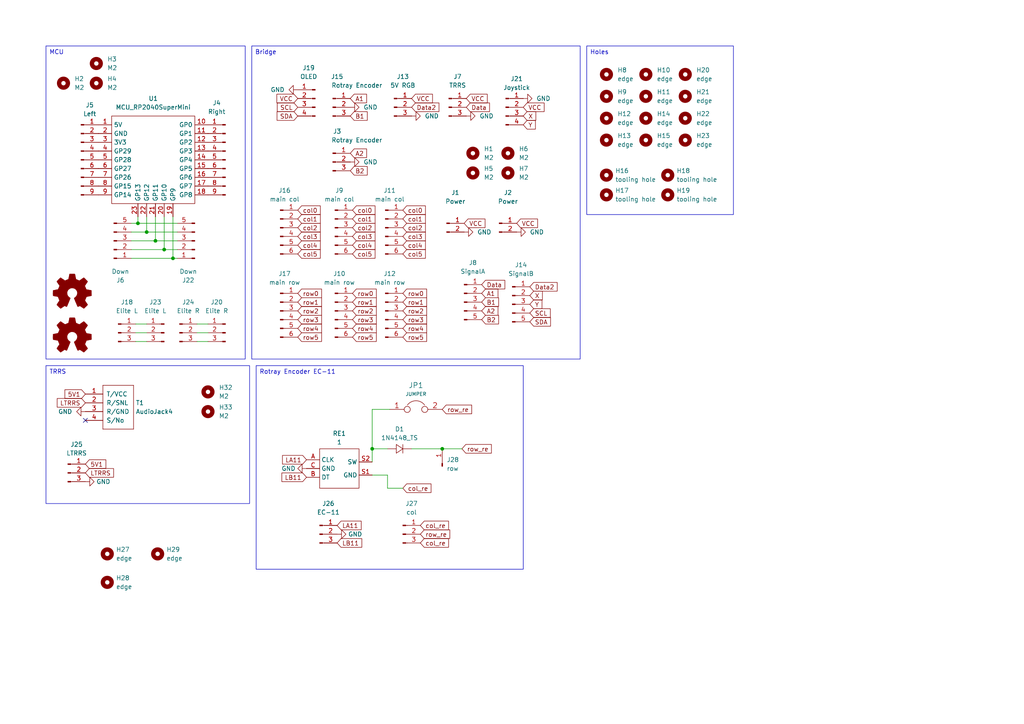
<source format=kicad_sch>
(kicad_sch (version 20230121) (generator eeschema)
  (paper "A4")
  (lib_symbols
    (symbol "Connector:Conn_01x01_Pin" (pin_names (offset 1.016) hide)
      (property "Reference" "J" (at 0 2.54 0))
      (property "Value" "Conn_01x01_Pin" (at 0 -2.54 0))
      (symbol "Conn_01x01_Pin_1_1"
        (polyline (pts (xy 1.27 0) (xy 0.8636 0)) (stroke (width 0.1524)))
        (rectangle (start 0.8636 0.127) (end 0 -0.127) (stroke (width 0.1524)) (fill (type outline)))
        (pin passive line (at 5.08 0 180) (length 3.81) (name "Pin_1") (number "1"))
      )
    )
    (symbol "Connector:Conn_01x02_Pin" (pin_names (offset 1.016) hide)
      (property "Reference" "J" (at 0 2.54 0))
      (property "Value" "Conn_01x02_Pin" (at 0 -5.08 0))
      (symbol "Conn_01x02_Pin_1_1"
        (polyline (pts (xy 1.27 -2.54) (xy 0.8636 -2.54)) (stroke (width 0.1524)))
        (polyline (pts (xy 1.27 0) (xy 0.8636 0)) (stroke (width 0.1524)))
        (rectangle (start 0.8636 -2.413) (end 0 -2.667) (stroke (width 0.1524)) (fill (type outline)))
        (rectangle (start 0.8636 0.127) (end 0 -0.127) (stroke (width 0.1524)) (fill (type outline)))
        (pin passive line (at 5.08 0 180) (length 3.81) (name "Pin_1") (number "1"))
        (pin passive line (at 5.08 -2.54 180) (length 3.81) (name "Pin_2") (number "2"))
      )
    )
    (symbol "Connector:Conn_01x03_Pin" (pin_names (offset 1.016) hide)
      (property "Reference" "J" (at 0 5.08 0))
      (property "Value" "Conn_01x03_Pin" (at 0 -5.08 0))
      (symbol "Conn_01x03_Pin_1_1"
        (polyline (pts (xy 1.27 -2.54) (xy 0.8636 -2.54)) (stroke (width 0.1524)))
        (polyline (pts (xy 1.27 0) (xy 0.8636 0)) (stroke (width 0.1524)))
        (polyline (pts (xy 1.27 2.54) (xy 0.8636 2.54)) (stroke (width 0.1524)))
        (rectangle (start 0.8636 -2.413) (end 0 -2.667) (stroke (width 0.1524)) (fill (type outline)))
        (rectangle (start 0.8636 0.127) (end 0 -0.127) (stroke (width 0.1524)) (fill (type outline)))
        (rectangle (start 0.8636 2.667) (end 0 2.413) (stroke (width 0.1524)) (fill (type outline)))
        (pin passive line (at 5.08 2.54 180) (length 3.81) (name "Pin_1") (number "1"))
        (pin passive line (at 5.08 0 180) (length 3.81) (name "Pin_2") (number "2"))
        (pin passive line (at 5.08 -2.54 180) (length 3.81) (name "Pin_3") (number "3"))
      )
    )
    (symbol "Connector:Conn_01x04_Pin" (pin_names (offset 1.016) hide)
      (property "Reference" "J" (at 0 5.08 0))
      (property "Value" "Conn_01x04_Pin" (at 0 -7.62 0))
      (symbol "Conn_01x04_Pin_1_1"
        (polyline (pts (xy 1.27 -5.08) (xy 0.8636 -5.08)) (stroke (width 0.1524)))
        (polyline (pts (xy 1.27 -2.54) (xy 0.8636 -2.54)) (stroke (width 0.1524)))
        (polyline (pts (xy 1.27 0) (xy 0.8636 0)) (stroke (width 0.1524)))
        (polyline (pts (xy 1.27 2.54) (xy 0.8636 2.54)) (stroke (width 0.1524)))
        (rectangle (start 0.8636 -4.953) (end 0 -5.207) (stroke (width 0.1524)) (fill (type outline)))
        (rectangle (start 0.8636 -2.413) (end 0 -2.667) (stroke (width 0.1524)) (fill (type outline)))
        (rectangle (start 0.8636 0.127) (end 0 -0.127) (stroke (width 0.1524)) (fill (type outline)))
        (rectangle (start 0.8636 2.667) (end 0 2.413) (stroke (width 0.1524)) (fill (type outline)))
        (pin passive line (at 5.08 2.54 180) (length 3.81) (name "Pin_1") (number "1"))
        (pin passive line (at 5.08 0 180) (length 3.81) (name "Pin_2") (number "2"))
        (pin passive line (at 5.08 -2.54 180) (length 3.81) (name "Pin_3") (number "3"))
        (pin passive line (at 5.08 -5.08 180) (length 3.81) (name "Pin_4") (number "4"))
      )
    )
    (symbol "Connector:Conn_01x05_Pin" (pin_names (offset 1.016) hide)
      (property "Reference" "J" (at 0 7.62 0))
      (property "Value" "Conn_01x05_Pin" (at 0 -7.62 0))
      (symbol "Conn_01x05_Pin_1_1"
        (polyline (pts (xy 1.27 -5.08) (xy 0.8636 -5.08)) (stroke (width 0.1524)))
        (polyline (pts (xy 1.27 -2.54) (xy 0.8636 -2.54)) (stroke (width 0.1524)))
        (polyline (pts (xy 1.27 0) (xy 0.8636 0)) (stroke (width 0.1524)))
        (polyline (pts (xy 1.27 2.54) (xy 0.8636 2.54)) (stroke (width 0.1524)))
        (polyline (pts (xy 1.27 5.08) (xy 0.8636 5.08)) (stroke (width 0.1524)))
        (rectangle (start 0.8636 -4.953) (end 0 -5.207) (stroke (width 0.1524)) (fill (type outline)))
        (rectangle (start 0.8636 -2.413) (end 0 -2.667) (stroke (width 0.1524)) (fill (type outline)))
        (rectangle (start 0.8636 0.127) (end 0 -0.127) (stroke (width 0.1524)) (fill (type outline)))
        (rectangle (start 0.8636 2.667) (end 0 2.413) (stroke (width 0.1524)) (fill (type outline)))
        (rectangle (start 0.8636 5.207) (end 0 4.953) (stroke (width 0.1524)) (fill (type outline)))
        (pin passive line (at 5.08 5.08 180) (length 3.81) (name "Pin_1") (number "1"))
        (pin passive line (at 5.08 2.54 180) (length 3.81) (name "Pin_2") (number "2"))
        (pin passive line (at 5.08 0 180) (length 3.81) (name "Pin_3") (number "3"))
        (pin passive line (at 5.08 -2.54 180) (length 3.81) (name "Pin_4") (number "4"))
        (pin passive line (at 5.08 -5.08 180) (length 3.81) (name "Pin_5") (number "5"))
      )
    )
    (symbol "Connector:Conn_01x06_Pin" (pin_names (offset 1.016) hide)
      (property "Reference" "J" (at 0 7.62 0))
      (property "Value" "Conn_01x06_Pin" (at 0 -10.16 0))
      (symbol "Conn_01x06_Pin_1_1"
        (polyline (pts (xy 1.27 -7.62) (xy 0.8636 -7.62)) (stroke (width 0.1524)))
        (polyline (pts (xy 1.27 -5.08) (xy 0.8636 -5.08)) (stroke (width 0.1524)))
        (polyline (pts (xy 1.27 -2.54) (xy 0.8636 -2.54)) (stroke (width 0.1524)))
        (polyline (pts (xy 1.27 0) (xy 0.8636 0)) (stroke (width 0.1524)))
        (polyline (pts (xy 1.27 2.54) (xy 0.8636 2.54)) (stroke (width 0.1524)))
        (polyline (pts (xy 1.27 5.08) (xy 0.8636 5.08)) (stroke (width 0.1524)))
        (rectangle (start 0.8636 -7.493) (end 0 -7.747) (stroke (width 0.1524)) (fill (type outline)))
        (rectangle (start 0.8636 -4.953) (end 0 -5.207) (stroke (width 0.1524)) (fill (type outline)))
        (rectangle (start 0.8636 -2.413) (end 0 -2.667) (stroke (width 0.1524)) (fill (type outline)))
        (rectangle (start 0.8636 0.127) (end 0 -0.127) (stroke (width 0.1524)) (fill (type outline)))
        (rectangle (start 0.8636 2.667) (end 0 2.413) (stroke (width 0.1524)) (fill (type outline)))
        (rectangle (start 0.8636 5.207) (end 0 4.953) (stroke (width 0.1524)) (fill (type outline)))
        (pin passive line (at 5.08 5.08 180) (length 3.81) (name "Pin_1") (number "1"))
        (pin passive line (at 5.08 2.54 180) (length 3.81) (name "Pin_2") (number "2"))
        (pin passive line (at 5.08 0 180) (length 3.81) (name "Pin_3") (number "3"))
        (pin passive line (at 5.08 -2.54 180) (length 3.81) (name "Pin_4") (number "4"))
        (pin passive line (at 5.08 -5.08 180) (length 3.81) (name "Pin_5") (number "5"))
        (pin passive line (at 5.08 -7.62 180) (length 3.81) (name "Pin_6") (number "6"))
      )
    )
    (symbol "Connector:Conn_01x09_Pin" (pin_names (offset 1.016) hide)
      (property "Reference" "J" (at 0 12.7 0))
      (property "Value" "Conn_01x09_Pin" (at 0 -12.7 0))
      (symbol "Conn_01x09_Pin_1_1"
        (polyline (pts (xy 1.27 -10.16) (xy 0.8636 -10.16)) (stroke (width 0.1524)))
        (polyline (pts (xy 1.27 -7.62) (xy 0.8636 -7.62)) (stroke (width 0.1524)))
        (polyline (pts (xy 1.27 -5.08) (xy 0.8636 -5.08)) (stroke (width 0.1524)))
        (polyline (pts (xy 1.27 -2.54) (xy 0.8636 -2.54)) (stroke (width 0.1524)))
        (polyline (pts (xy 1.27 0) (xy 0.8636 0)) (stroke (width 0.1524)))
        (polyline (pts (xy 1.27 2.54) (xy 0.8636 2.54)) (stroke (width 0.1524)))
        (polyline (pts (xy 1.27 5.08) (xy 0.8636 5.08)) (stroke (width 0.1524)))
        (polyline (pts (xy 1.27 7.62) (xy 0.8636 7.62)) (stroke (width 0.1524)))
        (polyline (pts (xy 1.27 10.16) (xy 0.8636 10.16)) (stroke (width 0.1524)))
        (rectangle (start 0.8636 -10.033) (end 0 -10.287) (stroke (width 0.1524)) (fill (type outline)))
        (rectangle (start 0.8636 -7.493) (end 0 -7.747) (stroke (width 0.1524)) (fill (type outline)))
        (rectangle (start 0.8636 -4.953) (end 0 -5.207) (stroke (width 0.1524)) (fill (type outline)))
        (rectangle (start 0.8636 -2.413) (end 0 -2.667) (stroke (width 0.1524)) (fill (type outline)))
        (rectangle (start 0.8636 0.127) (end 0 -0.127) (stroke (width 0.1524)) (fill (type outline)))
        (rectangle (start 0.8636 2.667) (end 0 2.413) (stroke (width 0.1524)) (fill (type outline)))
        (rectangle (start 0.8636 5.207) (end 0 4.953) (stroke (width 0.1524)) (fill (type outline)))
        (rectangle (start 0.8636 7.747) (end 0 7.493) (stroke (width 0.1524)) (fill (type outline)))
        (rectangle (start 0.8636 10.287) (end 0 10.033) (stroke (width 0.1524)) (fill (type outline)))
        (pin passive line (at 5.08 10.16 180) (length 3.81) (name "Pin_1") (number "1"))
        (pin passive line (at 5.08 7.62 180) (length 3.81) (name "Pin_2") (number "2"))
        (pin passive line (at 5.08 5.08 180) (length 3.81) (name "Pin_3") (number "3"))
        (pin passive line (at 5.08 2.54 180) (length 3.81) (name "Pin_4") (number "4"))
        (pin passive line (at 5.08 0 180) (length 3.81) (name "Pin_5") (number "5"))
        (pin passive line (at 5.08 -2.54 180) (length 3.81) (name "Pin_6") (number "6"))
        (pin passive line (at 5.08 -5.08 180) (length 3.81) (name "Pin_7") (number "7"))
        (pin passive line (at 5.08 -7.62 180) (length 3.81) (name "Pin_8") (number "8"))
        (pin passive line (at 5.08 -10.16 180) (length 3.81) (name "Pin_9") (number "9"))
      )
    )
    (symbol "DCJACK:JUMPER" (pin_names (offset 0.762) hide)
      (property "Reference" "JP" (at 0 3.81 0))
      (property "Value" "JUMPER" (at 0 -2.032 0))
      (symbol "JUMPER_0_1"
        (circle (center -2.54 0) (radius 0.889))
        (arc (start 2.5146 1.27) (mid 0.0078 2.5097) (end -2.4892 1.27))
        (circle (center 2.54 0) (radius 0.889))
        (pin passive line (at -7.62 0 0) (length 4.191) (name "1") (number "1"))
        (pin passive line (at 7.62 0 180) (length 4.191) (name "2") (number "2"))
      )
    )
    (symbol "DreaM117er_Library:DS_1N4148_TS"
      (property "Reference" "D" (at 0 2.54 0))
      (property "Value" "1N4148_TS" (at 0 -2.54 0))
      (symbol "DS_1N4148_TS_0_1"
        (polyline (pts (xy -1.27 1.27) (xy -1.27 -1.27)))
        (polyline (pts (xy -1.27 0) (xy 0.635 1.27) (xy 0.635 -1.27) (xy -1.27 0)))
      )
      (symbol "DS_1N4148_TS_1_1"
        (pin passive line (at -3.81 0 0) (length 2.54) (name "") (number "1"))
        (pin passive line (at 3.175 0 180) (length 2.54) (name "") (number "2"))
      )
    )
    (symbol "DreaM117er_Library:MCU_RP2040SuperMini" (pin_names (offset 0.635))
      (property "Reference" "U" (at 0 12.7 0))
      (property "Value" "MCU_RP2040SuperMini" (at 0 10.16 0))
      (symbol "MCU_RP2040SuperMini_0_1"
        (rectangle (start -12.065 8.89) (end 12.065 -16.51))
      )
      (symbol "MCU_RP2040SuperMini_1_1"
        (pin output line (at -15.875 6.35 0) (length 3.81) (name "5V") (number "1"))
        (pin input line (at 15.875 6.35 180) (length 3.81) (name "GP0") (number "10"))
        (pin input line (at 15.875 3.81 180) (length 3.81) (name "GP1") (number "11"))
        (pin input line (at 15.875 1.27 180) (length 3.81) (name "GP2") (number "12"))
        (pin input line (at 15.875 -1.27 180) (length 3.81) (name "GP3") (number "13"))
        (pin input line (at 15.875 -3.81 180) (length 3.81) (name "GP4") (number "14"))
        (pin input line (at 15.875 -6.35 180) (length 3.81) (name "GP5") (number "15"))
        (pin input line (at 15.875 -8.89 180) (length 3.81) (name "GP6") (number "16"))
        (pin input line (at 15.875 -11.43 180) (length 3.81) (name "GP7") (number "17"))
        (pin input line (at 15.875 -13.97 180) (length 3.81) (name "GP8") (number "18"))
        (pin input line (at 5.715 -20.32 90) (length 3.81) (name "GP9") (number "19"))
        (pin input line (at -15.875 3.81 0) (length 3.81) (name "GND") (number "2"))
        (pin input line (at 3.175 -20.32 90) (length 3.81) (name "GP10") (number "20"))
        (pin input line (at 0.635 -20.32 90) (length 3.81) (name "GP11") (number "21"))
        (pin input line (at -1.905 -20.32 90) (length 3.81) (name "GP12") (number "22"))
        (pin input line (at -4.445 -20.32 90) (length 3.81) (name "GP13") (number "23"))
        (pin output line (at -15.875 1.27 0) (length 3.81) (name "3V3") (number "3"))
        (pin input line (at -15.875 -1.27 0) (length 3.81) (name "GP29") (number "4"))
        (pin input line (at -15.875 -3.81 0) (length 3.81) (name "GP28") (number "5"))
        (pin input line (at -15.875 -6.35 0) (length 3.81) (name "GP27") (number "6"))
        (pin input line (at -15.875 -8.89 0) (length 3.81) (name "GP26") (number "7"))
        (pin input line (at -15.875 -11.43 0) (length 3.81) (name "GP15") (number "8"))
        (pin input line (at -15.875 -13.97 0) (length 3.81) (name "GP14") (number "9"))
      )
    )
    (symbol "DreaM117er_Library:RotaryEncoder_EC11"
      (property "Reference" "RE" (at 0 10.16 0))
      (property "Value" "EC-11" (at 0 7.62 0))
      (symbol "RotaryEncoder_EC11_0_1"
        (rectangle (start -5.715 5.715) (end 5.715 -5.715))
      )
      (symbol "RotaryEncoder_EC11_1_1"
        (pin input line (at -9.525 2.54 0) (length 3.81) (name "CLK") (number "A"))
        (pin input line (at -9.525 -2.54 0) (length 3.81) (name "DT") (number "B"))
        (pin input line (at -9.525 0 0) (length 3.81) (name "GND") (number "C"))
        (pin input line (at 9.525 -1.905 180) (length 3.81) (name "GND") (number "S1"))
        (pin input line (at 9.525 1.905 180) (length 3.81) (name "SW") (number "S2"))
      )
    )
    (symbol "DreaM117er_Library:TRRS" (pin_names (offset 1.016))
      (property "Reference" "T1" (at -3.81 17.78 0))
      (property "Value" "AudioJack4" (at -3.81 15.24 0))
      (symbol "TRRS_0_1"
        (rectangle (start -3.81 0) (end -3.81 12.7))
        (rectangle (start -3.81 12.7) (end 5.08 12.7))
        (rectangle (start 5.08 0) (end -3.81 0))
        (rectangle (start 5.08 12.7) (end 5.08 0))
      )
      (symbol "TRRS_1_1"
        (pin input line (at -8.89 10.16 0) (length 5.08) (name "T/VCC") (number "1"))
        (pin input line (at -8.89 7.62 0) (length 5.08) (name "R/SNL") (number "2"))
        (pin input line (at -8.89 5.08 0) (length 5.08) (name "R/GND") (number "3"))
        (pin input line (at -8.89 2.54 0) (length 5.08) (name "S/No") (number "4"))
      )
    )
    (symbol "Graphic:Logo_Open_Hardware_Small" (in_bom no) (on_board no)
      (symbol "Logo_Open_Hardware_Small_0_1"
        (polyline (pts (xy 3.3528 -4.3434) (xy 3.302 -4.318) (xy 3.175 -4.2418) (xy 2.9972 -4.1148) (xy 2.7686 -3.9624) (xy 2.54 -3.81) (xy 2.3622 -3.7084) (xy 2.2352 -3.6068) (xy 2.1844 -3.5814) (xy 2.159 -3.6068) (xy 2.0574 -3.6576) (xy 1.905 -3.7338) (xy 1.8034 -3.7846) (xy 1.6764 -3.8354) (xy 1.6002 -3.8354) (xy 1.6002 -3.8354) (xy 1.5494 -3.7338) (xy 1.4732 -3.5306) (xy 1.3462 -3.302) (xy 1.2446 -3.0226) (xy 1.1176 -2.7178) (xy 0.9652 -2.413) (xy 0.8636 -2.1082) (xy 0.7366 -1.8288) (xy 0.6604 -1.6256) (xy 0.6096 -1.4732) (xy 0.5842 -1.397) (xy 0.5842 -1.397) (xy 0.6604 -1.3208) (xy 0.7874 -1.2446) (xy 1.0414 -1.016) (xy 1.2954 -0.6858) (xy 1.4478 -0.3302) (xy 1.524 0.0762) (xy 1.4732 0.4572) (xy 1.3208 0.8128) (xy 1.0668 1.143) (xy 0.762 1.3716) (xy 0.4064 1.524) (xy 0 1.5748) (xy -0.381 1.5494) (xy -0.7366 1.397) (xy -1.0668 1.143) (xy -1.2192 0.9906) (xy -1.397 0.6604) (xy -1.524 0.3048) (xy -1.524 0.2286) (xy -1.4986 -0.1778) (xy -1.397 -0.5334) (xy -1.1938 -0.8636) (xy -0.9144 -1.143) (xy -0.8636 -1.1684) (xy -0.7366 -1.27) (xy -0.635 -1.3462) (xy -0.5842 -1.397) (xy -1.0668 -2.5908) (xy -1.143 -2.794) (xy -1.2954 -3.1242) (xy -1.397 -3.4036) (xy -1.4986 -3.6322) (xy -1.5748 -3.7846) (xy -1.6002 -3.8354) (xy -1.6002 -3.8354) (xy -1.651 -3.8354) (xy -1.7272 -3.81) (xy -1.905 -3.7338) (xy -2.0066 -3.683) (xy -2.1336 -3.6068) (xy -2.2098 -3.5814) (xy -2.2606 -3.6068) (xy -2.3622 -3.683) (xy -2.54 -3.81) (xy -2.7686 -3.9624) (xy -2.9718 -4.0894) (xy -3.1496 -4.2164) (xy -3.302 -4.318) (xy -3.3528 -4.3434) (xy -3.3782 -4.3434) (xy -3.429 -4.318) (xy -3.5306 -4.2164) (xy -3.7084 -4.064) (xy -3.937 -3.8354) (xy -3.9624 -3.81) (xy -4.1656 -3.6068) (xy -4.318 -3.4544) (xy -4.4196 -3.3274) (xy -4.445 -3.2766) (xy -4.445 -3.2766) (xy -4.4196 -3.2258) (xy -4.318 -3.0734) (xy -4.2164 -2.8956) (xy -4.064 -2.667) (xy -3.6576 -2.0828) (xy -3.8862 -1.5494) (xy -3.937 -1.3716) (xy -4.0386 -1.1684) (xy -4.0894 -1.0414) (xy -4.1148 -0.9652) (xy -4.191 -0.9398) (xy -4.318 -0.9144) (xy -4.5466 -0.8636) (xy -4.8006 -0.8128) (xy -5.0546 -0.7874) (xy -5.2578 -0.7366) (xy -5.4356 -0.7112) (xy -5.5118 -0.6858) (xy -5.5118 -0.6858) (xy -5.5372 -0.635) (xy -5.5372 -0.5588) (xy -5.5372 -0.4318) (xy -5.5626 -0.2286) (xy -5.5626 0.0762) (xy -5.5626 0.127) (xy -5.5372 0.4064) (xy -5.5372 0.635) (xy -5.5372 0.762) (xy -5.5372 0.8382) (xy -5.5372 0.8382) (xy -5.461 0.8382) (xy -5.3086 0.889) (xy -5.08 0.9144) (xy -4.826 0.9652) (xy -4.8006 0.9906) (xy -4.5466 1.0414) (xy -4.318 1.0668) (xy -4.1656 1.1176) (xy -4.0894 1.143) (xy -4.0894 1.143) (xy -4.0386 1.2446) (xy -3.9624 1.4224) (xy -3.8608 1.6256) (xy -3.7846 1.8288) (xy -3.7084 2.0066) (xy -3.6576 2.159) (xy -3.6322 2.2098) (xy -3.6322 2.2098) (xy -3.683 2.286) (xy -3.7592 2.413) (xy -3.8862 2.5908) (xy -4.064 2.8194) (xy -4.064 2.8448) (xy -4.2164 3.0734) (xy -4.3434 3.2512) (xy -4.4196 3.3782) (xy -4.445 3.4544) (xy -4.445 3.4544) (xy -4.3942 3.5052) (xy -4.2926 3.6322) (xy -4.1148 3.81) (xy -3.937 4.0132) (xy -3.8608 4.064) (xy -3.6576 4.2926) (xy -3.5052 4.4196) (xy -3.4036 4.4958) (xy -3.3528 4.5212) (xy -3.3528 4.5212) (xy -3.302 4.4704) (xy -3.1496 4.3688) (xy -2.9718 4.2418) (xy -2.7432 4.0894) (xy -2.7178 4.0894) (xy -2.4892 3.937) (xy -2.3114 3.81) (xy -2.1844 3.7084) (xy -2.1336 3.683) (xy -2.1082 3.683) (xy -2.032 3.7084) (xy -1.8542 3.7592) (xy -1.6764 3.8354) (xy -1.4732 3.937) (xy -1.27 4.0132) (xy -1.143 4.064) (xy -1.0668 4.1148) (xy -1.0668 4.1148) (xy -1.0414 4.191) (xy -1.016 4.3434) (xy -0.9652 4.572) (xy -0.9144 4.8514) (xy -0.889 4.9022) (xy -0.8382 5.1562) (xy -0.8128 5.3848) (xy -0.7874 5.5372) (xy -0.762 5.588) (xy -0.7112 5.6134) (xy -0.5842 5.6134) (xy -0.4064 5.6134) (xy -0.1524 5.6134) (xy 0.0762 5.6134) (xy 0.3302 5.6134) (xy 0.5334 5.6134) (xy 0.6858 5.588) (xy 0.7366 5.588) (xy 0.7366 5.588) (xy 0.762 5.5118) (xy 0.8128 5.334) (xy 0.8382 5.1054) (xy 0.9144 4.826) (xy 0.9144 4.7752) (xy 0.9652 4.5212) (xy 1.016 4.2926) (xy 1.0414 4.1402) (xy 1.0668 4.0894) (xy 1.0668 4.0894) (xy 1.1938 4.0386) (xy 1.3716 3.9624) (xy 1.5748 3.8608) (xy 2.0828 3.6576) (xy 2.7178 4.0894) (xy 2.7686 4.1402) (xy 2.9972 4.2926) (xy 3.175 4.4196) (xy 3.302 4.4958) (xy 3.3782 4.5212) (xy 3.3782 4.5212) (xy 3.429 4.4704) (xy 3.556 4.3434) (xy 3.7338 4.191) (xy 3.9116 3.9878) (xy 4.064 3.8354) (xy 4.2418 3.6576) (xy 4.3434 3.556) (xy 4.4196 3.4798) (xy 4.4196 3.429) (xy 4.4196 3.4036) (xy 4.3942 3.3274) (xy 4.2926 3.2004) (xy 4.1656 2.9972) (xy 4.0132 2.794) (xy 3.8862 2.5908) (xy 3.7592 2.3876) (xy 3.6576 2.2352) (xy 3.6322 2.159) (xy 3.6322 2.1336) (xy 3.683 2.0066) (xy 3.7592 1.8288) (xy 3.8608 1.6002) (xy 4.064 1.1176) (xy 4.3942 1.0414) (xy 4.5974 1.016) (xy 4.8768 0.9652) (xy 5.1308 0.9144) (xy 5.5372 0.8382) (xy 5.5626 -0.6604) (xy 5.4864 -0.6858) (xy 5.4356 -0.6858) (xy 5.2832 -0.7366) (xy 5.0546 -0.762) (xy 4.8006 -0.8128) (xy 4.5974 -0.8636) (xy 4.3688 -0.9144) (xy 4.2164 -0.9398) (xy 4.1402 -0.9398) (xy 4.1148 -0.9652) (xy 4.064 -1.0668) (xy 3.9878 -1.2446) (xy 3.9116 -1.4478) (xy 3.81 -1.651) (xy 3.7338 -1.8542) (xy 3.683 -2.0066) (xy 3.6576 -2.0828) (xy 3.683 -2.1336) (xy 3.7846 -2.2606) (xy 3.8862 -2.4638) (xy 4.0386 -2.667) (xy 4.191 -2.8956) (xy 4.318 -3.0734) (xy 4.3942 -3.2004) (xy 4.445 -3.2766) (xy 4.4196 -3.3274) (xy 4.3434 -3.429) (xy 4.1656 -3.5814) (xy 3.937 -3.8354) (xy 3.8862 -3.8608) (xy 3.683 -4.064) (xy 3.5306 -4.2164) (xy 3.4036 -4.318) (xy 3.3528 -4.3434)) (fill (type outline)))
      )
    )
    (symbol "Mechanical:MountingHole" (pin_names (offset 1.016))
      (property "Reference" "H" (at 0 5.08 0))
      (property "Value" "MountingHole" (at 0 3.175 0))
      (symbol "MountingHole_0_1"
        (circle (center 0 0) (radius 1.27) (stroke (width 1.27)))
      )
    )
    (symbol "power:GND" (power) (pin_names (offset 0))
      (property "Value" "GND" (at 0 -3.81 0))
      (symbol "GND_0_1"
        (polyline (pts (xy 0 0) (xy 0 -1.27) (xy 1.27 -1.27) (xy 0 -2.54) (xy -1.27 -1.27) (xy 0 -1.27)))
      )
      (symbol "GND_1_1"
        (pin power_in line (at 0 0 270) (length 0) hide (name "GND") (number "1"))
      )
    )
  )
  (junction (at 107.95 130.175))
  (junction (at 47.625 72.39))
  (junction (at 45.085 69.85))
  (junction (at 50.165 74.93))
  (junction (at 128.27 130.175))
  (junction (at 42.545 67.31))
  (junction (at 40.005 64.77))
  (no_connect (at 24.765 121.92))
  (wire (pts (xy 38.1 74.93) (xy 50.165 74.93)))
  (wire (pts (xy 128.27 130.175) (xy 133.985 130.175)))
  (wire (pts (xy 60.325 99.06) (xy 57.15 99.06)))
  (wire (pts (xy 45.085 69.85) (xy 38.1 69.85)))
  (wire (pts (xy 38.1 64.77) (xy 40.005 64.77)))
  (wire (pts (xy 42.545 96.52) (xy 39.37 96.52)))
  (wire (pts (xy 60.325 93.98) (xy 57.15 93.98)))
  (wire (pts (xy 42.545 62.865) (xy 42.545 67.31)))
  (wire (pts (xy 42.545 93.98) (xy 39.37 93.98)))
  (wire (pts (xy 50.165 74.93) (xy 51.435 74.93)))
  (wire (pts (xy 47.625 72.39) (xy 51.435 72.39)))
  (wire (pts (xy 38.1 67.31) (xy 42.545 67.31)))
  (wire (pts (xy 38.1 72.39) (xy 47.625 72.39)))
  (wire (pts (xy 107.95 133.985) (xy 107.95 130.175)))
  (wire (pts (xy 112.395 137.795) (xy 112.395 141.605)))
  (wire (pts (xy 107.95 130.175) (xy 112.395 130.175)))
  (wire (pts (xy 119.38 130.175) (xy 128.27 130.175)))
  (wire (pts (xy 45.085 62.865) (xy 45.085 69.85)))
  (wire (pts (xy 42.545 99.06) (xy 39.37 99.06)))
  (wire (pts (xy 112.395 141.605) (xy 116.84 141.605)))
  (wire (pts (xy 47.625 72.39) (xy 47.625 62.865)))
  (wire (pts (xy 40.005 64.77) (xy 40.005 62.865)))
  (wire (pts (xy 107.95 137.795) (xy 112.395 137.795)))
  (wire (pts (xy 45.085 69.85) (xy 51.435 69.85)))
  (wire (pts (xy 50.165 62.865) (xy 50.165 74.93)))
  (wire (pts (xy 60.325 96.52) (xy 57.15 96.52)))
  (wire (pts (xy 51.435 64.77) (xy 40.005 64.77)))
  (wire (pts (xy 51.435 67.31) (xy 42.545 67.31)))
  (wire (pts (xy 113.03 118.745) (xy 107.95 118.745)))
  (wire (pts (xy 107.95 118.745) (xy 107.95 130.175)))
  (text_box "TRRS" (at 13.335 106.045 0) (size 59.055 40.005) (effects (font (size 1.27 1.27)) (justify left top)))
  (text_box "Bridge" (at 73.025 13.335 0) (size 95.25 90.805) (effects (font (size 1.27 1.27)) (justify left top)))
  (text_box "MCU" (at 13.335 13.335 0) (size 57.785 90.805) (effects (font (size 1.27 1.27)) (justify left top)))
  (text_box "Rotray Encoder EC-11" (at 74.295 106.045 0) (size 77.47 59.055) (effects (font (size 1.27 1.27)) (justify left top)))
  (text_box "Holes" (at 170.18 13.335 0) (size 42.545 48.895) (effects (font (size 1.27 1.27)) (justify left top)))
  (global_label "Data2" (shape input) (at 119.38 31.115 0) (property "Intersheetrefs" "${INTERSHEET_REFS}" (effects hide)))
  (global_label "col4" (shape input) (at 86.36 71.12 0) (property "Intersheetrefs" "${INTERSHEET_REFS}" (effects hide)))
  (global_label "SCL" (shape input) (at 153.67 90.805 0) (property "Intersheetrefs" "${INTERSHEET_REFS}" (effects hide)))
  (global_label "5V1" (shape input) (at 24.765 114.3 180) (property "Intersheetrefs" "${INTERSHEET_REFS}" (effects hide)))
  (global_label "LB11" (shape input) (at 88.9 138.43 180) (property "Intersheetrefs" "${INTERSHEET_REFS}" (effects hide)))
  (global_label "SDA" (shape input) (at 86.36 33.655 180) (property "Intersheetrefs" "${INTERSHEET_REFS}" (effects hide)))
  (global_label "col1" (shape input) (at 102.235 63.5 0) (property "Intersheetrefs" "${INTERSHEET_REFS}" (effects hide)))
  (global_label "col4" (shape input) (at 116.84 71.12 0) (property "Intersheetrefs" "${INTERSHEET_REFS}" (effects hide)))
  (global_label "row3" (shape input) (at 86.36 92.71 0) (property "Intersheetrefs" "${INTERSHEET_REFS}" (effects hide)))
  (global_label "col5" (shape input) (at 116.84 73.66 0) (property "Intersheetrefs" "${INTERSHEET_REFS}" (effects hide)))
  (global_label "VCC" (shape input) (at 119.38 28.575 0) (property "Intersheetrefs" "${INTERSHEET_REFS}" (effects hide)))
  (global_label "row5" (shape input) (at 102.235 97.79 0) (property "Intersheetrefs" "${INTERSHEET_REFS}" (effects hide)))
  (global_label "row_re" (shape input) (at 128.27 118.745 0) (property "Intersheetrefs" "${INTERSHEET_REFS}" (effects hide)))
  (global_label "row3" (shape input) (at 102.235 92.71 0) (property "Intersheetrefs" "${INTERSHEET_REFS}" (effects hide)))
  (global_label "col_re" (shape input) (at 116.84 141.605 0) (property "Intersheetrefs" "${INTERSHEET_REFS}" (effects hide)))
  (global_label "Y" (shape input) (at 151.765 36.195 0) (property "Intersheetrefs" "${INTERSHEET_REFS}" (effects hide)))
  (global_label "row_re" (shape input) (at 133.985 130.175 0) (property "Intersheetrefs" "${INTERSHEET_REFS}" (effects hide)))
  (global_label "Data2" (shape input) (at 153.67 83.185 0) (property "Intersheetrefs" "${INTERSHEET_REFS}" (effects hide)))
  (global_label "row4" (shape input) (at 86.36 95.25 0) (property "Intersheetrefs" "${INTERSHEET_REFS}" (effects hide)))
  (global_label "col0" (shape input) (at 116.84 60.96 0) (property "Intersheetrefs" "${INTERSHEET_REFS}" (effects hide)))
  (global_label "col0" (shape input) (at 86.36 60.96 0) (property "Intersheetrefs" "${INTERSHEET_REFS}" (effects hide)))
  (global_label "row1" (shape input) (at 86.36 87.63 0) (property "Intersheetrefs" "${INTERSHEET_REFS}" (effects hide)))
  (global_label "A2" (shape input) (at 139.7 90.17 0) (property "Intersheetrefs" "${INTERSHEET_REFS}" (effects hide)))
  (global_label "B1" (shape input) (at 139.7 87.63 0) (property "Intersheetrefs" "${INTERSHEET_REFS}" (effects hide)))
  (global_label "VCC" (shape input) (at 86.36 28.575 180) (property "Intersheetrefs" "${INTERSHEET_REFS}" (effects hide)))
  (global_label "VCC" (shape input) (at 134.62 64.77 0) (property "Intersheetrefs" "${INTERSHEET_REFS}" (effects hide)))
  (global_label "SDA" (shape input) (at 153.67 93.345 0) (property "Intersheetrefs" "${INTERSHEET_REFS}" (effects hide)))
  (global_label "X" (shape input) (at 151.765 33.655 0) (property "Intersheetrefs" "${INTERSHEET_REFS}" (effects hide)))
  (global_label "Data" (shape input) (at 139.7 82.55 0) (property "Intersheetrefs" "${INTERSHEET_REFS}" (effects hide)))
  (global_label "row5" (shape input) (at 86.36 97.79 0) (property "Intersheetrefs" "${INTERSHEET_REFS}" (effects hide)))
  (global_label "LB11" (shape input) (at 97.79 157.48 0) (property "Intersheetrefs" "${INTERSHEET_REFS}" (effects hide)))
  (global_label "row3" (shape input) (at 116.84 92.71 0) (property "Intersheetrefs" "${INTERSHEET_REFS}" (effects hide)))
  (global_label "LA11" (shape input) (at 97.79 152.4 0) (property "Intersheetrefs" "${INTERSHEET_REFS}" (effects hide)))
  (global_label "A1" (shape input) (at 139.7 85.09 0) (property "Intersheetrefs" "${INTERSHEET_REFS}" (effects hide)))
  (global_label "col_re" (shape input) (at 121.92 157.48 0) (property "Intersheetrefs" "${INTERSHEET_REFS}" (effects hide)))
  (global_label "col3" (shape input) (at 116.84 68.58 0) (property "Intersheetrefs" "${INTERSHEET_REFS}" (effects hide)))
  (global_label "X" (shape input) (at 153.67 85.725 0) (property "Intersheetrefs" "${INTERSHEET_REFS}" (effects hide)))
  (global_label "B2" (shape input) (at 101.6 49.53 0) (property "Intersheetrefs" "${INTERSHEET_REFS}" (effects hide)))
  (global_label "row4" (shape input) (at 102.235 95.25 0) (property "Intersheetrefs" "${INTERSHEET_REFS}" (effects hide)))
  (global_label "col0" (shape input) (at 102.235 60.96 0) (property "Intersheetrefs" "${INTERSHEET_REFS}" (effects hide)))
  (global_label "row2" (shape input) (at 116.84 90.17 0) (property "Intersheetrefs" "${INTERSHEET_REFS}" (effects hide)))
  (global_label "row5" (shape input) (at 116.84 97.79 0) (property "Intersheetrefs" "${INTERSHEET_REFS}" (effects hide)))
  (global_label "B2" (shape input) (at 139.7 92.71 0) (property "Intersheetrefs" "${INTERSHEET_REFS}" (effects hide)))
  (global_label "5V1" (shape input) (at 24.765 134.62 0) (property "Intersheetrefs" "${INTERSHEET_REFS}" (effects hide)))
  (global_label "VCC" (shape input) (at 135.255 28.575 0) (property "Intersheetrefs" "${INTERSHEET_REFS}" (effects hide)))
  (global_label "row2" (shape input) (at 102.235 90.17 0) (property "Intersheetrefs" "${INTERSHEET_REFS}" (effects hide)))
  (global_label "col1" (shape input) (at 86.36 63.5 0) (property "Intersheetrefs" "${INTERSHEET_REFS}" (effects hide)))
  (global_label "row1" (shape input) (at 102.235 87.63 0) (property "Intersheetrefs" "${INTERSHEET_REFS}" (effects hide)))
  (global_label "col2" (shape input) (at 86.36 66.04 0) (property "Intersheetrefs" "${INTERSHEET_REFS}" (effects hide)))
  (global_label "row2" (shape input) (at 86.36 90.17 0) (property "Intersheetrefs" "${INTERSHEET_REFS}" (effects hide)))
  (global_label "col_re" (shape input) (at 121.92 152.4 0) (property "Intersheetrefs" "${INTERSHEET_REFS}" (effects hide)))
  (global_label "LTRRS" (shape input) (at 24.765 137.16 0) (property "Intersheetrefs" "${INTERSHEET_REFS}" (effects hide)))
  (global_label "col5" (shape input) (at 86.36 73.66 0) (property "Intersheetrefs" "${INTERSHEET_REFS}" (effects hide)))
  (global_label "Data" (shape input) (at 135.255 31.115 0) (property "Intersheetrefs" "${INTERSHEET_REFS}" (effects hide)))
  (global_label "col2" (shape input) (at 116.84 66.04 0) (property "Intersheetrefs" "${INTERSHEET_REFS}" (effects hide)))
  (global_label "row0" (shape input) (at 102.235 85.09 0) (property "Intersheetrefs" "${INTERSHEET_REFS}" (effects hide)))
  (global_label "LA11" (shape input) (at 88.9 133.35 180) (property "Intersheetrefs" "${INTERSHEET_REFS}" (effects hide)))
  (global_label "row0" (shape input) (at 116.84 85.09 0) (property "Intersheetrefs" "${INTERSHEET_REFS}" (effects hide)))
  (global_label "SCL" (shape input) (at 86.36 31.115 180) (property "Intersheetrefs" "${INTERSHEET_REFS}" (effects hide)))
  (global_label "B1" (shape input) (at 101.6 33.655 0) (property "Intersheetrefs" "${INTERSHEET_REFS}" (effects hide)))
  (global_label "row4" (shape input) (at 116.84 95.25 0) (property "Intersheetrefs" "${INTERSHEET_REFS}" (effects hide)))
  (global_label "col1" (shape input) (at 116.84 63.5 0) (property "Intersheetrefs" "${INTERSHEET_REFS}" (effects hide)))
  (global_label "row1" (shape input) (at 116.84 87.63 0) (property "Intersheetrefs" "${INTERSHEET_REFS}" (effects hide)))
  (global_label "A2" (shape input) (at 101.6 44.45 0) (property "Intersheetrefs" "${INTERSHEET_REFS}" (effects hide)))
  (global_label "col5" (shape input) (at 102.235 73.66 0) (property "Intersheetrefs" "${INTERSHEET_REFS}" (effects hide)))
  (global_label "VCC" (shape input) (at 149.86 64.77 0) (property "Intersheetrefs" "${INTERSHEET_REFS}" (effects hide)))
  (global_label "row0" (shape input) (at 86.36 85.09 0) (property "Intersheetrefs" "${INTERSHEET_REFS}" (effects hide)))
  (global_label "LTRRS" (shape input) (at 24.765 116.84 180) (property "Intersheetrefs" "${INTERSHEET_REFS}" (effects hide)))
  (global_label "A1" (shape input) (at 101.6 28.575 0) (property "Intersheetrefs" "${INTERSHEET_REFS}" (effects hide)))
  (global_label "col3" (shape input) (at 86.36 68.58 0) (property "Intersheetrefs" "${INTERSHEET_REFS}" (effects hide)))
  (global_label "row_re" (shape input) (at 121.92 154.94 0) (property "Intersheetrefs" "${INTERSHEET_REFS}" (effects hide)))
  (global_label "col4" (shape input) (at 102.235 71.12 0) (property "Intersheetrefs" "${INTERSHEET_REFS}" (effects hide)))
  (global_label "col3" (shape input) (at 102.235 68.58 0) (property "Intersheetrefs" "${INTERSHEET_REFS}" (effects hide)))
  (global_label "Y" (shape input) (at 153.67 88.265 0) (property "Intersheetrefs" "${INTERSHEET_REFS}" (effects hide)))
  (global_label "VCC" (shape input) (at 151.765 31.115 0) (property "Intersheetrefs" "${INTERSHEET_REFS}" (effects hide)))
  (global_label "col2" (shape input) (at 102.235 66.04 0) (property "Intersheetrefs" "${INTERSHEET_REFS}" (effects hide)))
  (symbol (lib_id "Connector:Conn_01x06_Pin") (at 111.76 90.17 0) (unit 1)
    (property "Reference" "J12" (at 113.03 79.375 0))
    (property "Value" "main row" (at 113.03 81.915 0))
    (property "Footprint" "DreaM117er-keebLibrary:PinHeader_1x06_P2.54mm_Vertical" (effects hide))
  )
  (symbol (lib_id "Connector:Conn_01x03_Pin") (at 52.07 96.52 0) (unit 1)
    (property "Reference" "J24" (at 54.61 87.63 0))
    (property "Value" "Elite R" (at 54.61 90.17 0))
    (property "Footprint" "DreaM117er-keebLibrary:PinHeader_1x03_P2.54mm_Vertical" (effects hide))
  )
  (symbol (lib_id "power:GND") (at 135.255 33.655 90) (unit 1)
    (property "Reference" "#PWR010" (effects hide))
    (property "Value" "GND" (at 139.065 33.655 90) (effects (justify right)))
  )
  (symbol (lib_id "Mechanical:MountingHole") (at 198.755 40.64 0) (unit 1)
    (property "Reference" "H23" (at 201.93 39.37 0) (effects (justify left)))
    (property "Value" "edge" (at 201.93 41.91 0) (effects (justify left)))
    (property "Footprint" "Marby_kbd_footprint-main:Breakaway_Tabs" (effects hide))
  )
  (symbol (lib_id "Connector:Conn_01x05_Pin") (at 148.59 88.265 0) (unit 1)
    (property "Reference" "J14" (at 151.13 76.835 0))
    (property "Value" "SignalB" (at 151.13 79.375 0))
    (property "Footprint" "DreaM117er-keebLibrary:PinHeader_1x05_P2.54mm_Vertical" (effects hide))
  )
  (symbol (lib_id "Mechanical:MountingHole") (at 27.94 18.415 0) (unit 1)
    (property "Reference" "H3" (at 31.115 17.145 0) (effects (justify left)))
    (property "Value" "M2" (at 31.115 19.685 0) (effects (justify left)))
    (property "Footprint" "MountingHole:MountingHole_2.2mm_M2" (effects hide))
  )
  (symbol (lib_id "Graphic:Logo_Open_Hardware_Small") (at 20.955 85.09 0) (unit 1) (in_bom no) (on_board no)
    (property "Reference" "#SYM2" (effects hide))
    (property "Value" "Logo_Open_Hardware_Small" (effects hide))
    (property "Footprint" "Symbol:OSHW-Symbol_13.4x12mm_SilkScreen" (effects hide))
    (property "Sim.Enable" "0" (effects hide))
  )
  (symbol (lib_id "Connector:Conn_01x02_Pin") (at 144.78 64.77 0) (unit 1)
    (property "Reference" "J2" (at 147.32 55.88 0))
    (property "Value" "Power" (at 147.32 58.42 0))
    (property "Footprint" "DreaM117er-keebLibrary:PinHeader_1x02_P2.54mm_Vertical" (effects hide))
  )
  (symbol (lib_id "Connector:Conn_01x04_Pin") (at 146.685 31.115 0) (unit 1)
    (property "Reference" "J21" (at 149.86 22.86 0))
    (property "Value" "Joystick" (at 149.86 25.4 0))
    (property "Footprint" "DreaM117er-keebLibrary:PinHeader_1x04_P2.54mm_Vertical" (effects hide))
  )
  (symbol (lib_id "Mechanical:MountingHole") (at 175.895 21.59 0) (unit 1)
    (property "Reference" "H8" (at 179.07 20.32 0) (effects (justify left)))
    (property "Value" "edge" (at 179.07 22.86 0) (effects (justify left)))
    (property "Footprint" "Marby_kbd_footprint-main:Breakaway_Tabs" (effects hide))
  )
  (symbol (lib_id "Mechanical:MountingHole") (at 175.895 50.8 0) (unit 1)
    (property "Reference" "H16" (at 178.435 49.53 0) (effects (justify left)))
    (property "Value" "tooling hole" (at 178.435 52.07 0) (effects (justify left)))
    (property "Footprint" "Marby_kbd_footprint-main:tooling_hole" (effects hide))
  )
  (symbol (lib_id "power:GND") (at 88.9 135.89 270) (mirror x) (unit 1)
    (property "Reference" "#PWR04" (effects hide))
    (property "Value" "GND" (at 85.725 135.89 90) (effects (justify right)))
  )
  (symbol (lib_id "Mechanical:MountingHole") (at 175.895 40.64 0) (unit 1)
    (property "Reference" "H13" (at 179.07 39.37 0) (effects (justify left)))
    (property "Value" "edge" (at 179.07 41.91 0) (effects (justify left)))
    (property "Footprint" "Marby_kbd_footprint-main:Breakaway_Tabs" (effects hide))
  )
  (symbol (lib_id "Connector:Conn_01x09_Pin") (at 23.495 46.355 0) (unit 1)
    (property "Reference" "J5" (at 26.035 30.48 0))
    (property "Value" "Left" (at 26.035 33.02 0))
    (property "Footprint" "DreaM117er-keebLibrary:PinHeader_1x09_P2.54mm_Vertical" (effects hide))
  )
  (symbol (lib_id "Connector:Conn_01x09_Pin") (at 65.405 46.355 0) (mirror y) (unit 1)
    (property "Reference" "J4" (at 62.865 29.845 0))
    (property "Value" "Right" (at 62.865 32.385 0))
    (property "Footprint" "DreaM117er-keebLibrary:PinHeader_1x09_P2.54mm_Vertical" (effects hide))
  )
  (symbol (lib_id "Mechanical:MountingHole") (at 147.32 44.45 0) (unit 1)
    (property "Reference" "H6" (at 150.495 43.18 0) (effects (justify left)))
    (property "Value" "M2" (at 150.495 45.72 0) (effects (justify left)))
    (property "Footprint" "MountingHole:MountingHole_2.2mm_M2" (effects hide))
  )
  (symbol (lib_id "DCJACK:JUMPER") (at 120.65 118.745 0) (unit 1)
    (property "Reference" "JP1" (at 120.65 111.76 0) (effects (font (size 1.524 1.524))))
    (property "Value" "JUMPER" (at 120.65 114.3 0) (effects (font (size 1.016 1.016))))
    (property "Footprint" "Jumper:SolderJumper-2_P1.3mm_Open_TrianglePad1.0x1.5mm" (effects hide))
  )
  (symbol (lib_id "Mechanical:MountingHole") (at 45.72 160.655 0) (unit 1)
    (property "Reference" "H29" (at 48.26 159.385 0) (effects (justify left)))
    (property "Value" "edge" (at 48.26 161.925 0) (effects (justify left)))
    (property "Footprint" "Marby_kbd_footprint-main:Breakaway_Tabs" (effects hide))
  )
  (symbol (lib_id "Connector:Conn_01x03_Pin") (at 19.685 137.16 0) (unit 1)
    (property "Reference" "J25" (at 22.225 128.905 0))
    (property "Value" "LTRRS" (at 22.225 131.445 0))
    (property "Footprint" "DreaM117er-keebLibrary:PinHeader_1x03_P2.54mm_Vertical" (effects hide))
  )
  (symbol (lib_id "Mechanical:MountingHole") (at 175.895 27.94 0) (unit 1)
    (property "Reference" "H9" (at 179.07 26.67 0) (effects (justify left)))
    (property "Value" "edge" (at 179.07 29.21 0) (effects (justify left)))
    (property "Footprint" "Marby_kbd_footprint-main:Breakaway_Tabs" (effects hide))
  )
  (symbol (lib_id "Mechanical:MountingHole") (at 187.325 21.59 0) (unit 1)
    (property "Reference" "H10" (at 190.5 20.32 0) (effects (justify left)))
    (property "Value" "edge" (at 190.5 22.86 0) (effects (justify left)))
    (property "Footprint" "Marby_kbd_footprint-main:Breakaway_Tabs" (effects hide))
  )
  (symbol (lib_id "Mechanical:MountingHole") (at 60.325 119.38 0) (unit 1)
    (property "Reference" "H33" (at 63.5 118.11 0) (effects (justify left)))
    (property "Value" "M2" (at 63.5 120.65 0) (effects (justify left)))
    (property "Footprint" "MountingHole:MountingHole_2.2mm_M2" (effects hide))
  )
  (symbol (lib_id "power:GND") (at 119.38 33.655 90) (unit 1)
    (property "Reference" "#PWR014" (effects hide))
    (property "Value" "GND" (at 123.19 33.655 90) (effects (justify right)))
  )
  (symbol (lib_id "power:GND") (at 134.62 67.31 90) (unit 1)
    (property "Reference" "#PWR02" (effects hide))
    (property "Value" "GND" (at 138.43 67.31 90) (effects (justify right)))
  )
  (symbol (lib_id "Mechanical:MountingHole") (at 193.675 56.515 0) (unit 1)
    (property "Reference" "H19" (at 196.215 55.245 0) (effects (justify left)))
    (property "Value" "tooling hole" (at 196.215 57.785 0) (effects (justify left)))
    (property "Footprint" "Marby_kbd_footprint-main:tooling_hole" (effects hide))
  )
  (symbol (lib_id "Connector:Conn_01x03_Pin") (at 116.84 154.94 0) (unit 1)
    (property "Reference" "J27" (at 119.38 146.05 0))
    (property "Value" "col" (at 119.38 148.59 0))
    (property "Footprint" "DreaM117er-keebLibrary:PinHeader_1x03_P2.54mm_Vertical" (effects hide))
  )
  (symbol (lib_id "Connector:Conn_01x05_Pin") (at 134.62 87.63 0) (unit 1)
    (property "Reference" "J8" (at 137.16 76.2 0))
    (property "Value" "SignalA" (at 137.16 78.74 0))
    (property "Footprint" "DreaM117er-keebLibrary:PinHeader_1x05_P2.54mm_Vertical" (effects hide))
  )
  (symbol (lib_id "power:GND") (at 149.86 67.31 90) (unit 1)
    (property "Reference" "#PWR05" (effects hide))
    (property "Value" "GND" (at 153.67 67.31 90) (effects (justify right)))
  )
  (symbol (lib_id "Connector:Conn_01x03_Pin") (at 34.29 96.52 0) (unit 1)
    (property "Reference" "J18" (at 36.83 87.63 0))
    (property "Value" "Elite L" (at 36.83 90.17 0))
    (property "Footprint" "DreaM117er-keebLibrary:PinHeader_1x03_P2.54mm_Vertical" (effects hide))
  )
  (symbol (lib_id "Mechanical:MountingHole") (at 175.895 56.515 0) (unit 1)
    (property "Reference" "H17" (at 178.435 55.245 0) (effects (justify left)))
    (property "Value" "tooling hole" (at 178.435 57.785 0) (effects (justify left)))
    (property "Footprint" "Marby_kbd_footprint-main:tooling_hole" (effects hide))
  )
  (symbol (lib_id "power:GND") (at 97.79 154.94 90) (unit 1)
    (property "Reference" "#PWR06" (effects hide))
    (property "Value" "GND" (at 100.965 154.94 90) (effects (justify right)))
  )
  (symbol (lib_id "Mechanical:MountingHole") (at 31.115 160.655 0) (unit 1)
    (property "Reference" "H27" (at 33.655 159.385 0) (effects (justify left)))
    (property "Value" "edge" (at 33.655 161.925 0) (effects (justify left)))
    (property "Footprint" "Marby_kbd_footprint-main:Breakaway_Tabs" (effects hide))
  )
  (symbol (lib_id "DreaM117er_Library:DS_1N4148_TS") (at 115.57 130.175 180) (unit 1)
    (property "Reference" "D1" (at 115.8875 124.46 0))
    (property "Value" "1N4148_TS" (at 115.8875 127 0))
    (property "Footprint" "DreaM117er-keebLibrary:D_DO-35_SOD27_P7.62mm_Horizontal" (effects hide))
  )
  (symbol (lib_id "Connector:Conn_01x06_Pin") (at 111.76 66.04 0) (unit 1)
    (property "Reference" "J11" (at 113.03 55.245 0))
    (property "Value" "main col" (at 113.03 57.785 0))
    (property "Footprint" "DreaM117er-keebLibrary:PinHeader_1x06_P2.54mm_Vertical" (effects hide))
  )
  (symbol (lib_id "Connector:Conn_01x05_Pin") (at 56.515 69.85 180) (unit 1)
    (property "Reference" "J22" (at 54.61 81.28 0))
    (property "Value" "Down" (at 54.61 78.74 0))
    (property "Footprint" "DreaM117er-keebLibrary:PinHeader_1x05_P2.54mm_Vertical" (effects hide))
  )
  (symbol (lib_id "Connector:Conn_01x03_Pin") (at 92.71 154.94 0) (unit 1)
    (property "Reference" "J26" (at 95.25 146.05 0))
    (property "Value" "EC-11" (at 95.25 148.59 0))
    (property "Footprint" "DreaM117er-keebLibrary:PinHeader_1x03_P2.54mm_Vertical" (effects hide))
  )
  (symbol (lib_id "Connector:Conn_01x03_Pin") (at 65.405 96.52 0) (mirror y) (unit 1)
    (property "Reference" "J20" (at 62.865 87.63 0))
    (property "Value" "Elite R" (at 62.865 90.17 0))
    (property "Footprint" "DreaM117er-keebLibrary:PinHeader_1x03_P2.54mm_Vertical" (effects hide))
  )
  (symbol (lib_id "Connector:Conn_01x06_Pin") (at 97.155 66.04 0) (unit 1)
    (property "Reference" "J9" (at 98.425 55.245 0))
    (property "Value" "main col" (at 98.425 57.785 0))
    (property "Footprint" "DreaM117er-keebLibrary:PinHeader_1x06_P2.54mm_Vertical" (effects hide))
  )
  (symbol (lib_id "Connector:Conn_01x02_Pin") (at 129.54 64.77 0) (unit 1)
    (property "Reference" "J1" (at 132.08 55.88 0))
    (property "Value" "Power" (at 132.08 58.42 0))
    (property "Footprint" "DreaM117er-keebLibrary:PinHeader_1x02_P2.54mm_Vertical" (effects hide))
  )
  (symbol (lib_id "power:GND") (at 101.6 46.99 90) (unit 1)
    (property "Reference" "#PWR07" (effects hide))
    (property "Value" "GND" (at 105.41 46.99 90) (effects (justify right)))
  )
  (symbol (lib_id "Connector:Conn_01x05_Pin") (at 33.02 69.85 0) (mirror x) (unit 1)
    (property "Reference" "J6" (at 34.925 81.28 0))
    (property "Value" "Down" (at 34.925 78.74 0))
    (property "Footprint" "DreaM117er-keebLibrary:PinHeader_1x05_P2.54mm_Vertical" (effects hide))
  )
  (symbol (lib_id "Mechanical:MountingHole") (at 27.94 24.13 0) (unit 1)
    (property "Reference" "H4" (at 31.115 22.86 0) (effects (justify left)))
    (property "Value" "M2" (at 31.115 25.4 0) (effects (justify left)))
    (property "Footprint" "MountingHole:MountingHole_2.2mm_M2" (effects hide))
  )
  (symbol (lib_id "Mechanical:MountingHole") (at 193.675 50.8 0) (unit 1)
    (property "Reference" "H18" (at 196.215 49.53 0) (effects (justify left)))
    (property "Value" "tooling hole" (at 196.215 52.07 0) (effects (justify left)))
    (property "Footprint" "Marby_kbd_footprint-main:tooling_hole" (effects hide))
  )
  (symbol (lib_id "Connector:Conn_01x03_Pin") (at 130.175 31.115 0) (unit 1)
    (property "Reference" "J7" (at 132.715 22.225 0))
    (property "Value" "TRRS" (at 132.715 24.765 0))
    (property "Footprint" "DreaM117er-keebLibrary:PinHeader_1x03_P2.54mm_Vertical" (effects hide))
  )
  (symbol (lib_id "Graphic:Logo_Open_Hardware_Small") (at 20.955 97.79 0) (unit 1) (in_bom no) (on_board no)
    (property "Reference" "#SYM1" (effects hide))
    (property "Value" "Logo_Open_Hardware_Small" (effects hide))
    (property "Footprint" "Symbol:OSHW-Symbol_13.4x12mm_SilkScreen" (effects hide))
    (property "Sim.Enable" "0" (effects hide))
  )
  (symbol (lib_id "Connector:Conn_01x06_Pin") (at 97.155 90.17 0) (unit 1)
    (property "Reference" "J10" (at 98.425 79.375 0))
    (property "Value" "main row" (at 98.425 81.915 0))
    (property "Footprint" "DreaM117er-keebLibrary:PinHeader_1x06_P2.54mm_Vertical" (effects hide))
  )
  (symbol (lib_id "power:GND") (at 86.36 26.035 270) (mirror x) (unit 1)
    (property "Reference" "#PWR020" (effects hide))
    (property "Value" "GND" (at 82.55 26.035 90) (effects (justify right)))
  )
  (symbol (lib_id "Mechanical:MountingHole") (at 187.325 40.64 0) (unit 1)
    (property "Reference" "H15" (at 190.5 39.37 0) (effects (justify left)))
    (property "Value" "edge" (at 190.5 41.91 0) (effects (justify left)))
    (property "Footprint" "Marby_kbd_footprint-main:Breakaway_Tabs" (effects hide))
  )
  (symbol (lib_id "Connector:Conn_01x03_Pin") (at 96.52 46.99 0) (unit 1)
    (property "Reference" "J3" (at 97.79 38.1 0))
    (property "Value" "Rotray Encoder" (at 103.505 40.64 0))
    (property "Footprint" "DreaM117er-keebLibrary:PinHeader_1x03_P2.54mm_Vertical" (effects hide))
  )
  (symbol (lib_id "power:GND") (at 24.765 119.38 270) (unit 1)
    (property "Reference" "#PWR01" (effects hide))
    (property "Value" "GND" (at 20.955 119.38 90) (effects (justify right)))
  )
  (symbol (lib_id "DreaM117er_Library:RotaryEncoder_EC11") (at 98.425 135.89 0) (unit 1)
    (property "Reference" "RE1" (at 98.425 125.73 0))
    (property "Value" "1" (at 98.425 128.27 0))
    (property "Footprint" "DreaM117er-keebLibrary:RotaryEncoder_EC11" (effects hide))
  )
  (symbol (lib_id "Mechanical:MountingHole") (at 198.755 21.59 0) (unit 1)
    (property "Reference" "H20" (at 201.93 20.32 0) (effects (justify left)))
    (property "Value" "edge" (at 201.93 22.86 0) (effects (justify left)))
    (property "Footprint" "Marby_kbd_footprint-main:Breakaway_Tabs" (effects hide))
  )
  (symbol (lib_id "Mechanical:MountingHole") (at 31.115 168.91 0) (unit 1)
    (property "Reference" "H28" (at 33.655 167.64 0) (effects (justify left)))
    (property "Value" "edge" (at 33.655 170.18 0) (effects (justify left)))
    (property "Footprint" "Marby_kbd_footprint-main:Breakaway_Tabs" (effects hide))
  )
  (symbol (lib_id "Mechanical:MountingHole") (at 137.16 50.165 0) (unit 1)
    (property "Reference" "H5" (at 140.335 48.895 0) (effects (justify left)))
    (property "Value" "M2" (at 140.335 51.435 0) (effects (justify left)))
    (property "Footprint" "MountingHole:MountingHole_2.2mm_M2" (effects hide))
  )
  (symbol (lib_id "Connector:Conn_01x03_Pin") (at 47.625 96.52 0) (mirror y) (unit 1)
    (property "Reference" "J23" (at 45.085 87.63 0))
    (property "Value" "Elite L" (at 45.085 90.17 0))
    (property "Footprint" "DreaM117er-keebLibrary:PinHeader_1x03_P2.54mm_Vertical" (effects hide))
  )
  (symbol (lib_id "Connector:Conn_01x04_Pin") (at 91.44 28.575 0) (mirror y) (unit 1)
    (property "Reference" "J19" (at 89.535 19.685 0))
    (property "Value" "OLED" (at 89.535 22.225 0))
    (property "Footprint" "DreaM117er-keebLibrary:PinHeader_1x04_P2.54mm_Vertical" (effects hide))
  )
  (symbol (lib_id "Connector:Conn_01x06_Pin") (at 81.28 90.17 0) (unit 1)
    (property "Reference" "J17" (at 82.55 79.375 0))
    (property "Value" "main row" (at 82.55 81.915 0))
    (property "Footprint" "DreaM117er-keebLibrary:PinHeader_1x06_P2.54mm_Vertical" (effects hide))
  )
  (symbol (lib_id "Mechanical:MountingHole") (at 18.415 24.13 0) (unit 1)
    (property "Reference" "H2" (at 21.59 22.86 0) (effects (justify left)))
    (property "Value" "M2" (at 21.59 25.4 0) (effects (justify left)))
    (property "Footprint" "MountingHole:MountingHole_2.2mm_M2" (effects hide))
  )
  (symbol (lib_id "Connector:Conn_01x03_Pin") (at 114.3 31.115 0) (unit 1)
    (property "Reference" "J13" (at 116.84 22.225 0))
    (property "Value" "5V RGB" (at 116.84 24.765 0))
    (property "Footprint" "DreaM117er-keebLibrary:PinHeader_1x03_P2.54mm_Vertical" (effects hide))
  )
  (symbol (lib_id "Mechanical:MountingHole") (at 60.325 113.665 0) (unit 1)
    (property "Reference" "H32" (at 63.5 112.395 0) (effects (justify left)))
    (property "Value" "M2" (at 63.5 114.935 0) (effects (justify left)))
    (property "Footprint" "MountingHole:MountingHole_2.2mm_M2" (effects hide))
  )
  (symbol (lib_id "Mechanical:MountingHole") (at 198.755 34.29 0) (unit 1)
    (property "Reference" "H22" (at 201.93 33.02 0) (effects (justify left)))
    (property "Value" "edge" (at 201.93 35.56 0) (effects (justify left)))
    (property "Footprint" "Marby_kbd_footprint-main:Breakaway_Tabs" (effects hide))
  )
  (symbol (lib_id "power:GND") (at 24.765 139.7 90) (unit 1)
    (property "Reference" "#PWR03" (effects hide))
    (property "Value" "GND" (at 27.94 139.7 90) (effects (justify right)))
  )
  (symbol (lib_id "Connector:Conn_01x03_Pin") (at 96.52 31.115 0) (unit 1)
    (property "Reference" "J15" (at 97.79 22.225 0))
    (property "Value" "Rotray Encoder" (at 103.505 24.765 0))
    (property "Footprint" "DreaM117er-keebLibrary:PinHeader_1x03_P2.54mm_Vertical" (effects hide))
  )
  (symbol (lib_id "Mechanical:MountingHole") (at 187.325 27.94 0) (unit 1)
    (property "Reference" "H11" (at 190.5 26.67 0) (effects (justify left)))
    (property "Value" "edge" (at 190.5 29.21 0) (effects (justify left)))
    (property "Footprint" "Marby_kbd_footprint-main:Breakaway_Tabs" (effects hide))
  )
  (symbol (lib_id "Mechanical:MountingHole") (at 137.16 44.45 0) (unit 1)
    (property "Reference" "H1" (at 140.335 43.18 0) (effects (justify left)))
    (property "Value" "M2" (at 140.335 45.72 0) (effects (justify left)))
    (property "Footprint" "MountingHole:MountingHole_2.2mm_M2" (effects hide))
  )
  (symbol (lib_id "Mechanical:MountingHole") (at 198.755 27.94 0) (unit 1)
    (property "Reference" "H21" (at 201.93 26.67 0) (effects (justify left)))
    (property "Value" "edge" (at 201.93 29.21 0) (effects (justify left)))
    (property "Footprint" "Marby_kbd_footprint-main:Breakaway_Tabs" (effects hide))
  )
  (symbol (lib_id "power:GND") (at 151.765 28.575 90) (unit 1)
    (property "Reference" "#PWR026" (effects hide))
    (property "Value" "GND" (at 155.575 28.575 90) (effects (justify right)))
  )
  (symbol (lib_id "Mechanical:MountingHole") (at 187.325 34.29 0) (unit 1)
    (property "Reference" "H14" (at 190.5 33.02 0) (effects (justify left)))
    (property "Value" "edge" (at 190.5 35.56 0) (effects (justify left)))
    (property "Footprint" "Marby_kbd_footprint-main:Breakaway_Tabs" (effects hide))
  )
  (symbol (lib_id "Mechanical:MountingHole") (at 175.895 34.29 0) (unit 1)
    (property "Reference" "H12" (at 179.07 33.02 0) (effects (justify left)))
    (property "Value" "edge" (at 179.07 35.56 0) (effects (justify left)))
    (property "Footprint" "Marby_kbd_footprint-main:Breakaway_Tabs" (effects hide))
  )
  (symbol (lib_id "power:GND") (at 101.6 31.115 90) (unit 1)
    (property "Reference" "#PWR016" (effects hide))
    (property "Value" "GND" (at 105.41 31.115 90) (effects (justify right)))
  )
  (symbol (lib_id "DreaM117er_Library:MCU_RP2040SuperMini") (at 44.45 42.545 0) (unit 1)
    (property "Reference" "U1" (at 44.45 28.575 0))
    (property "Value" "MCU_RP2040SuperMini" (at 44.45 31.115 0))
    (property "Footprint" "DreaM117er-keebLibrary:MCU_RP2040SuperMini" (effects hide))
  )
  (symbol (lib_id "Mechanical:MountingHole") (at 147.32 50.165 0) (unit 1)
    (property "Reference" "H7" (at 150.495 48.895 0) (effects (justify left)))
    (property "Value" "M2" (at 150.495 51.435 0) (effects (justify left)))
    (property "Footprint" "MountingHole:MountingHole_2.2mm_M2" (effects hide))
  )
  (symbol (lib_id "Connector:Conn_01x01_Pin") (at 128.27 135.255 90) (unit 1)
    (property "Reference" "J28" (at 129.54 133.35 90) (effects (justify right)))
    (property "Value" "row" (at 129.54 135.89 90) (effects (justify right)))
    (property "Footprint" "DreaM117er-keebLibrary:PinHeader_1x01_P2.54mm_Vertical" (effects hide))
  )
  (symbol (lib_id "Connector:Conn_01x06_Pin") (at 81.28 66.04 0) (unit 1)
    (property "Reference" "J16" (at 82.55 55.245 0))
    (property "Value" "main col" (at 82.55 57.785 0))
    (property "Footprint" "DreaM117er-keebLibrary:PinHeader_1x06_P2.54mm_Vertical" (effects hide))
  )
  (symbol (lib_id "DreaM117er_Library:TRRS") (at 33.655 124.46 0) (unit 1)
    (property "Reference" "T1" (at 39.37 116.84 0) (effects (justify left)))
    (property "Value" "AudioJack4" (at 39.37 119.38 0) (effects (justify left)))
    (property "Footprint" "DreaM117er-keebLibrary:TRRS-PJ-320A, dual side x2" (effects hide))
  )
)
</source>
